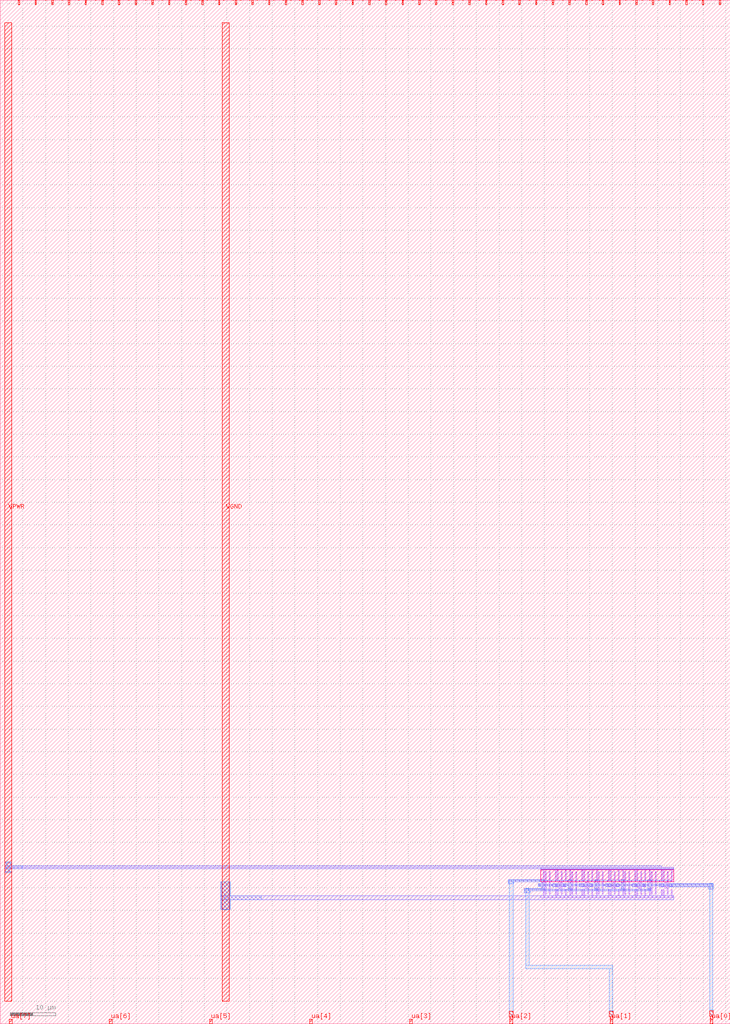
<source format=lef>
VERSION 5.7 ;
  NOWIREEXTENSIONATPIN ON ;
  DIVIDERCHAR "/" ;
  BUSBITCHARS "[]" ;
MACRO tt_um_nurirfansyah_alits01
  CLASS BLOCK ;
  FOREIGN tt_um_nurirfansyah_alits01 ;
  ORIGIN 0.000 0.000 ;
  SIZE 161.000 BY 225.760 ;
  PIN clk
    DIRECTION INPUT ;
    USE SIGNAL ;
    PORT
      LAYER met4 ;
        RECT 154.870 224.760 155.170 225.760 ;
    END
  END clk
  PIN ena
    DIRECTION INPUT ;
    USE SIGNAL ;
    PORT
      LAYER met4 ;
        RECT 158.550 224.760 158.850 225.760 ;
    END
  END ena
  PIN rst_n
    DIRECTION INPUT ;
    USE SIGNAL ;
    PORT
      LAYER met4 ;
        RECT 151.190 224.760 151.490 225.760 ;
    END
  END rst_n
  PIN ua[0]
    DIRECTION INOUT ;
    USE SIGNAL ;
    ANTENNADIFFAREA 2.250000 ;
    PORT
      LAYER met4 ;
        RECT 156.560 0.000 157.160 1.000 ;
    END
  END ua[0]
  PIN ua[1]
    DIRECTION INOUT ;
    USE SIGNAL ;
    ANTENNAGATEAREA 2.500000 ;
    PORT
      LAYER met4 ;
        RECT 134.480 0.000 135.080 1.000 ;
    END
  END ua[1]
  PIN ua[2]
    DIRECTION INOUT ;
    USE SIGNAL ;
    ANTENNAGATEAREA 5.000000 ;
    PORT
      LAYER met4 ;
        RECT 112.400 0.000 113.000 1.000 ;
    END
  END ua[2]
  PIN ua[3]
    DIRECTION INOUT ;
    USE SIGNAL ;
    PORT
      LAYER met4 ;
        RECT 90.320 0.000 90.920 1.000 ;
    END
  END ua[3]
  PIN ua[4]
    DIRECTION INOUT ;
    USE SIGNAL ;
    PORT
      LAYER met4 ;
        RECT 68.240 0.000 68.840 1.000 ;
    END
  END ua[4]
  PIN ua[5]
    DIRECTION INOUT ;
    USE SIGNAL ;
    PORT
      LAYER met4 ;
        RECT 46.160 0.000 46.760 1.000 ;
    END
  END ua[5]
  PIN ua[6]
    DIRECTION INOUT ;
    USE SIGNAL ;
    PORT
      LAYER met4 ;
        RECT 24.080 0.000 24.680 1.000 ;
    END
  END ua[6]
  PIN ua[7]
    DIRECTION INOUT ;
    USE SIGNAL ;
    PORT
      LAYER met4 ;
        RECT 2.000 0.000 2.600 1.000 ;
    END
  END ua[7]
  PIN ui_in[0]
    DIRECTION INPUT ;
    USE SIGNAL ;
    PORT
      LAYER met4 ;
        RECT 147.510 224.760 147.810 225.760 ;
    END
  END ui_in[0]
  PIN ui_in[1]
    DIRECTION INPUT ;
    USE SIGNAL ;
    PORT
      LAYER met4 ;
        RECT 143.830 224.760 144.130 225.760 ;
    END
  END ui_in[1]
  PIN ui_in[2]
    DIRECTION INPUT ;
    USE SIGNAL ;
    PORT
      LAYER met4 ;
        RECT 140.150 224.760 140.450 225.760 ;
    END
  END ui_in[2]
  PIN ui_in[3]
    DIRECTION INPUT ;
    USE SIGNAL ;
    PORT
      LAYER met4 ;
        RECT 136.470 224.760 136.770 225.760 ;
    END
  END ui_in[3]
  PIN ui_in[4]
    DIRECTION INPUT ;
    USE SIGNAL ;
    PORT
      LAYER met4 ;
        RECT 132.790 224.760 133.090 225.760 ;
    END
  END ui_in[4]
  PIN ui_in[5]
    DIRECTION INPUT ;
    USE SIGNAL ;
    PORT
      LAYER met4 ;
        RECT 129.110 224.760 129.410 225.760 ;
    END
  END ui_in[5]
  PIN ui_in[6]
    DIRECTION INPUT ;
    USE SIGNAL ;
    PORT
      LAYER met4 ;
        RECT 125.430 224.760 125.730 225.760 ;
    END
  END ui_in[6]
  PIN ui_in[7]
    DIRECTION INPUT ;
    USE SIGNAL ;
    PORT
      LAYER met4 ;
        RECT 121.750 224.760 122.050 225.760 ;
    END
  END ui_in[7]
  PIN uio_in[0]
    DIRECTION INPUT ;
    USE SIGNAL ;
    PORT
      LAYER met4 ;
        RECT 118.070 224.760 118.370 225.760 ;
    END
  END uio_in[0]
  PIN uio_in[1]
    DIRECTION INPUT ;
    USE SIGNAL ;
    PORT
      LAYER met4 ;
        RECT 114.390 224.760 114.690 225.760 ;
    END
  END uio_in[1]
  PIN uio_in[2]
    DIRECTION INPUT ;
    USE SIGNAL ;
    PORT
      LAYER met4 ;
        RECT 110.710 224.760 111.010 225.760 ;
    END
  END uio_in[2]
  PIN uio_in[3]
    DIRECTION INPUT ;
    USE SIGNAL ;
    PORT
      LAYER met4 ;
        RECT 107.030 224.760 107.330 225.760 ;
    END
  END uio_in[3]
  PIN uio_in[4]
    DIRECTION INPUT ;
    USE SIGNAL ;
    PORT
      LAYER met4 ;
        RECT 103.350 224.760 103.650 225.760 ;
    END
  END uio_in[4]
  PIN uio_in[5]
    DIRECTION INPUT ;
    USE SIGNAL ;
    PORT
      LAYER met4 ;
        RECT 99.670 224.760 99.970 225.760 ;
    END
  END uio_in[5]
  PIN uio_in[6]
    DIRECTION INPUT ;
    USE SIGNAL ;
    PORT
      LAYER met4 ;
        RECT 95.990 224.760 96.290 225.760 ;
    END
  END uio_in[6]
  PIN uio_in[7]
    DIRECTION INPUT ;
    USE SIGNAL ;
    PORT
      LAYER met4 ;
        RECT 92.310 224.760 92.610 225.760 ;
    END
  END uio_in[7]
  PIN uio_oe[0]
    DIRECTION OUTPUT ;
    USE SIGNAL ;
    PORT
      LAYER met4 ;
        RECT 29.750 224.760 30.050 225.760 ;
    END
  END uio_oe[0]
  PIN uio_oe[1]
    DIRECTION OUTPUT ;
    USE SIGNAL ;
    PORT
      LAYER met4 ;
        RECT 26.070 224.760 26.370 225.760 ;
    END
  END uio_oe[1]
  PIN uio_oe[2]
    DIRECTION OUTPUT ;
    USE SIGNAL ;
    PORT
      LAYER met4 ;
        RECT 22.390 224.760 22.690 225.760 ;
    END
  END uio_oe[2]
  PIN uio_oe[3]
    DIRECTION OUTPUT ;
    USE SIGNAL ;
    PORT
      LAYER met4 ;
        RECT 18.710 224.760 19.010 225.760 ;
    END
  END uio_oe[3]
  PIN uio_oe[4]
    DIRECTION OUTPUT ;
    USE SIGNAL ;
    PORT
      LAYER met4 ;
        RECT 15.030 224.760 15.330 225.760 ;
    END
  END uio_oe[4]
  PIN uio_oe[5]
    DIRECTION OUTPUT ;
    USE SIGNAL ;
    PORT
      LAYER met4 ;
        RECT 11.350 224.760 11.650 225.760 ;
    END
  END uio_oe[5]
  PIN uio_oe[6]
    DIRECTION OUTPUT ;
    USE SIGNAL ;
    PORT
      LAYER met4 ;
        RECT 7.670 224.760 7.970 225.760 ;
    END
  END uio_oe[6]
  PIN uio_oe[7]
    DIRECTION OUTPUT ;
    USE SIGNAL ;
    PORT
      LAYER met4 ;
        RECT 3.990 224.760 4.290 225.760 ;
    END
  END uio_oe[7]
  PIN uio_out[0]
    DIRECTION OUTPUT ;
    USE SIGNAL ;
    PORT
      LAYER met4 ;
        RECT 59.190 224.760 59.490 225.760 ;
    END
  END uio_out[0]
  PIN uio_out[1]
    DIRECTION OUTPUT ;
    USE SIGNAL ;
    PORT
      LAYER met4 ;
        RECT 55.510 224.760 55.810 225.760 ;
    END
  END uio_out[1]
  PIN uio_out[2]
    DIRECTION OUTPUT ;
    USE SIGNAL ;
    PORT
      LAYER met4 ;
        RECT 51.830 224.760 52.130 225.760 ;
    END
  END uio_out[2]
  PIN uio_out[3]
    DIRECTION OUTPUT ;
    USE SIGNAL ;
    PORT
      LAYER met4 ;
        RECT 48.150 224.760 48.450 225.760 ;
    END
  END uio_out[3]
  PIN uio_out[4]
    DIRECTION OUTPUT ;
    USE SIGNAL ;
    PORT
      LAYER met4 ;
        RECT 44.470 224.760 44.770 225.760 ;
    END
  END uio_out[4]
  PIN uio_out[5]
    DIRECTION OUTPUT ;
    USE SIGNAL ;
    PORT
      LAYER met4 ;
        RECT 40.790 224.760 41.090 225.760 ;
    END
  END uio_out[5]
  PIN uio_out[6]
    DIRECTION OUTPUT ;
    USE SIGNAL ;
    PORT
      LAYER met4 ;
        RECT 37.110 224.760 37.410 225.760 ;
    END
  END uio_out[6]
  PIN uio_out[7]
    DIRECTION OUTPUT ;
    USE SIGNAL ;
    PORT
      LAYER met4 ;
        RECT 33.430 224.760 33.730 225.760 ;
    END
  END uio_out[7]
  PIN uo_out[0]
    DIRECTION OUTPUT ;
    USE SIGNAL ;
    PORT
      LAYER met4 ;
        RECT 88.630 224.760 88.930 225.760 ;
    END
  END uo_out[0]
  PIN uo_out[1]
    DIRECTION OUTPUT ;
    USE SIGNAL ;
    PORT
      LAYER met4 ;
        RECT 84.950 224.760 85.250 225.760 ;
    END
  END uo_out[1]
  PIN uo_out[2]
    DIRECTION OUTPUT ;
    USE SIGNAL ;
    PORT
      LAYER met4 ;
        RECT 81.270 224.760 81.570 225.760 ;
    END
  END uo_out[2]
  PIN uo_out[3]
    DIRECTION OUTPUT ;
    USE SIGNAL ;
    PORT
      LAYER met4 ;
        RECT 77.590 224.760 77.890 225.760 ;
    END
  END uo_out[3]
  PIN uo_out[4]
    DIRECTION OUTPUT ;
    USE SIGNAL ;
    PORT
      LAYER met4 ;
        RECT 73.910 224.760 74.210 225.760 ;
    END
  END uo_out[4]
  PIN uo_out[5]
    DIRECTION OUTPUT ;
    USE SIGNAL ;
    PORT
      LAYER met4 ;
        RECT 70.230 224.760 70.530 225.760 ;
    END
  END uo_out[5]
  PIN uo_out[6]
    DIRECTION OUTPUT ;
    USE SIGNAL ;
    PORT
      LAYER met4 ;
        RECT 66.550 224.760 66.850 225.760 ;
    END
  END uo_out[6]
  PIN uo_out[7]
    DIRECTION OUTPUT ;
    USE SIGNAL ;
    PORT
      LAYER met4 ;
        RECT 62.870 224.760 63.170 225.760 ;
    END
  END uo_out[7]
  PIN VPWR
    DIRECTION INOUT ;
    USE POWER ;
    PORT
      LAYER met4 ;
        RECT 1.000 5.000 2.500 220.760 ;
    END
  END VPWR
  PIN VGND
    DIRECTION INOUT ;
    USE GROUND ;
    PORT
      LAYER met4 ;
        RECT 49.000 5.000 50.500 220.760 ;
    END
  END VGND
  OBS
      LAYER nwell ;
        RECT 119.240 31.340 148.490 33.990 ;
      LAYER li1 ;
        RECT 119.240 34.140 148.490 34.490 ;
        RECT 119.740 31.540 119.940 34.140 ;
        RECT 119.440 30.940 119.990 31.340 ;
        RECT 120.190 30.740 120.390 33.540 ;
        RECT 119.540 30.390 120.390 30.740 ;
        RECT 119.440 29.790 119.990 30.190 ;
        RECT 119.740 28.190 119.940 29.590 ;
        RECT 120.190 28.590 120.390 30.390 ;
        RECT 121.090 30.740 121.290 33.540 ;
        RECT 122.390 31.540 122.590 34.140 ;
        RECT 122.840 31.540 123.040 34.140 ;
        RECT 123.140 30.740 123.540 31.290 ;
        RECT 121.090 30.390 121.890 30.740 ;
        RECT 121.090 28.590 121.290 30.390 ;
        RECT 122.390 30.340 123.540 30.740 ;
        RECT 123.140 29.840 123.540 30.340 ;
        RECT 123.740 30.740 123.940 33.540 ;
        RECT 124.640 31.540 124.840 34.140 ;
        RECT 125.590 31.540 125.790 34.140 ;
        RECT 125.290 30.940 125.840 31.340 ;
        RECT 126.040 30.740 126.240 33.540 ;
        RECT 123.740 30.340 124.740 30.740 ;
        RECT 125.390 30.390 126.240 30.740 ;
        RECT 122.390 28.190 122.590 29.590 ;
        RECT 122.840 28.190 123.040 29.590 ;
        RECT 123.740 28.590 123.940 30.340 ;
        RECT 125.290 29.790 125.840 30.190 ;
        RECT 124.640 28.190 124.840 29.590 ;
        RECT 125.590 28.190 125.790 29.590 ;
        RECT 126.040 28.590 126.240 30.390 ;
        RECT 126.940 30.740 127.140 33.540 ;
        RECT 128.240 31.540 128.440 34.140 ;
        RECT 128.690 31.540 128.890 34.140 ;
        RECT 128.990 30.740 129.390 31.290 ;
        RECT 126.940 30.390 127.740 30.740 ;
        RECT 126.940 28.590 127.140 30.390 ;
        RECT 128.240 30.340 129.390 30.740 ;
        RECT 128.990 29.840 129.390 30.340 ;
        RECT 129.590 30.740 129.790 33.540 ;
        RECT 130.490 31.540 130.690 34.140 ;
        RECT 131.440 31.540 131.640 34.140 ;
        RECT 131.140 30.940 131.690 31.340 ;
        RECT 131.890 30.740 132.090 33.540 ;
        RECT 129.590 30.340 130.590 30.740 ;
        RECT 131.240 30.390 132.090 30.740 ;
        RECT 128.240 28.190 128.440 29.590 ;
        RECT 128.690 28.190 128.890 29.590 ;
        RECT 129.590 28.590 129.790 30.340 ;
        RECT 131.140 29.790 131.690 30.190 ;
        RECT 130.490 28.190 130.690 29.590 ;
        RECT 131.440 28.190 131.640 29.590 ;
        RECT 131.890 28.590 132.090 30.390 ;
        RECT 132.790 30.740 132.990 33.540 ;
        RECT 134.090 31.540 134.290 34.140 ;
        RECT 134.540 31.540 134.740 34.140 ;
        RECT 134.840 30.740 135.240 31.290 ;
        RECT 132.790 30.390 133.590 30.740 ;
        RECT 132.790 28.590 132.990 30.390 ;
        RECT 134.090 30.340 135.240 30.740 ;
        RECT 134.840 29.840 135.240 30.340 ;
        RECT 135.440 30.740 135.640 33.540 ;
        RECT 136.340 31.540 136.540 34.140 ;
        RECT 137.290 31.540 137.490 34.140 ;
        RECT 136.990 30.940 137.540 31.340 ;
        RECT 137.740 30.740 137.940 33.540 ;
        RECT 135.440 30.340 136.440 30.740 ;
        RECT 137.090 30.390 137.940 30.740 ;
        RECT 134.090 28.190 134.290 29.590 ;
        RECT 134.540 28.190 134.740 29.590 ;
        RECT 135.440 28.590 135.640 30.340 ;
        RECT 136.990 29.790 137.540 30.190 ;
        RECT 136.340 28.190 136.540 29.590 ;
        RECT 137.290 28.190 137.490 29.590 ;
        RECT 137.740 28.590 137.940 30.390 ;
        RECT 138.640 30.740 138.840 33.540 ;
        RECT 139.940 31.540 140.140 34.140 ;
        RECT 140.390 31.540 140.590 34.140 ;
        RECT 140.690 30.740 141.090 31.290 ;
        RECT 138.640 30.390 139.440 30.740 ;
        RECT 138.640 28.590 138.840 30.390 ;
        RECT 139.940 30.340 141.090 30.740 ;
        RECT 140.690 29.840 141.090 30.340 ;
        RECT 141.290 30.740 141.490 33.540 ;
        RECT 142.190 31.540 142.390 34.140 ;
        RECT 143.140 31.540 143.340 34.140 ;
        RECT 142.840 30.940 143.390 31.340 ;
        RECT 143.590 30.740 143.790 33.540 ;
        RECT 141.290 30.340 142.290 30.740 ;
        RECT 142.940 30.390 143.790 30.740 ;
        RECT 139.940 28.190 140.140 29.590 ;
        RECT 140.390 28.190 140.590 29.590 ;
        RECT 141.290 28.590 141.490 30.340 ;
        RECT 142.840 29.790 143.390 30.190 ;
        RECT 142.190 28.190 142.390 29.590 ;
        RECT 143.140 28.190 143.340 29.590 ;
        RECT 143.590 28.590 143.790 30.390 ;
        RECT 144.490 30.740 144.690 33.540 ;
        RECT 145.790 31.540 145.990 34.140 ;
        RECT 146.240 31.540 146.440 34.140 ;
        RECT 146.540 30.740 146.940 31.290 ;
        RECT 144.490 30.390 145.290 30.740 ;
        RECT 144.490 28.590 144.690 30.390 ;
        RECT 145.790 30.340 146.940 30.740 ;
        RECT 146.540 29.840 146.940 30.340 ;
        RECT 147.140 30.740 147.340 33.540 ;
        RECT 148.040 31.540 148.240 34.140 ;
        RECT 147.140 30.340 148.140 30.740 ;
        RECT 145.790 28.190 145.990 29.590 ;
        RECT 146.240 28.190 146.440 29.590 ;
        RECT 147.140 28.590 147.340 30.340 ;
        RECT 148.040 28.190 148.240 29.590 ;
        RECT 119.240 27.840 148.490 28.190 ;
      LAYER met1 ;
        RECT 0.950 34.540 145.800 34.850 ;
        RECT 0.950 34.150 148.490 34.540 ;
        RECT 119.240 34.090 148.490 34.150 ;
        RECT 119.390 31.290 120.040 31.790 ;
        RECT 125.240 31.290 125.890 31.790 ;
        RECT 131.090 31.290 131.740 31.790 ;
        RECT 136.940 31.290 137.590 31.790 ;
        RECT 142.790 31.290 143.440 31.790 ;
        RECT 119.440 30.940 119.990 31.290 ;
        RECT 125.290 30.940 125.840 31.290 ;
        RECT 131.140 30.940 131.690 31.290 ;
        RECT 136.990 30.940 137.540 31.290 ;
        RECT 142.840 30.940 143.390 31.290 ;
        RECT 118.690 30.740 119.240 30.840 ;
        RECT 121.890 30.740 122.940 30.840 ;
        RECT 118.690 30.390 120.190 30.740 ;
        RECT 121.240 30.390 122.940 30.740 ;
        RECT 118.690 30.290 119.240 30.390 ;
        RECT 121.890 30.240 122.940 30.390 ;
        RECT 124.190 30.740 124.790 30.840 ;
        RECT 127.740 30.740 128.790 30.840 ;
        RECT 124.190 30.390 126.040 30.740 ;
        RECT 127.090 30.390 128.790 30.740 ;
        RECT 124.190 30.240 124.790 30.390 ;
        RECT 127.740 30.240 128.790 30.390 ;
        RECT 130.040 30.240 130.640 30.840 ;
        RECT 133.590 30.740 134.640 30.840 ;
        RECT 131.240 30.390 131.890 30.740 ;
        RECT 132.940 30.390 134.640 30.740 ;
        RECT 133.590 30.240 134.640 30.390 ;
        RECT 135.890 30.740 136.490 30.840 ;
        RECT 139.440 30.740 140.490 30.840 ;
        RECT 135.890 30.390 137.740 30.740 ;
        RECT 138.790 30.390 140.490 30.740 ;
        RECT 135.890 30.240 136.490 30.390 ;
        RECT 139.440 30.240 140.490 30.390 ;
        RECT 141.740 30.740 142.340 30.840 ;
        RECT 145.290 30.740 146.340 30.840 ;
        RECT 141.740 30.390 143.590 30.740 ;
        RECT 144.640 30.390 146.340 30.740 ;
        RECT 141.740 30.240 142.340 30.390 ;
        RECT 145.290 30.240 146.340 30.390 ;
        RECT 147.590 30.240 148.190 30.840 ;
        RECT 119.440 29.790 119.990 30.190 ;
        RECT 125.290 29.790 125.840 30.190 ;
        RECT 131.140 29.790 131.690 30.190 ;
        RECT 136.990 29.790 137.540 30.190 ;
        RECT 142.840 29.790 143.390 30.190 ;
        RECT 119.390 29.290 120.040 29.790 ;
        RECT 125.240 29.290 125.890 29.790 ;
        RECT 131.090 29.290 131.740 29.790 ;
        RECT 136.940 29.290 137.590 29.790 ;
        RECT 142.790 29.290 143.440 29.790 ;
        RECT 119.240 28.200 148.490 28.240 ;
        RECT 48.600 27.300 148.500 28.200 ;
      LAYER met2 ;
        RECT 0.950 34.850 2.550 35.550 ;
        RECT 0.950 34.150 4.850 34.850 ;
        RECT 0.950 33.500 2.550 34.150 ;
        RECT 112.050 31.790 119.400 31.800 ;
        RECT 112.050 31.690 120.040 31.790 ;
        RECT 125.240 31.690 125.890 31.790 ;
        RECT 131.090 31.690 131.740 31.790 ;
        RECT 136.940 31.690 137.590 31.790 ;
        RECT 142.790 31.690 143.440 31.790 ;
        RECT 112.050 31.340 147.840 31.690 ;
        RECT 112.050 31.300 120.040 31.340 ;
        RECT 48.600 28.200 50.750 31.300 ;
        RECT 112.050 30.850 113.300 31.300 ;
        RECT 119.390 31.290 120.040 31.300 ;
        RECT 125.240 31.290 125.890 31.340 ;
        RECT 131.090 31.290 131.740 31.340 ;
        RECT 136.940 31.290 137.590 31.340 ;
        RECT 142.790 31.290 143.440 31.340 ;
        RECT 148.200 30.840 157.200 30.850 ;
        RECT 118.690 30.740 119.240 30.840 ;
        RECT 147.590 30.740 157.200 30.840 ;
        RECT 118.690 30.390 157.200 30.740 ;
        RECT 118.690 30.290 119.240 30.390 ;
        RECT 147.590 30.250 157.200 30.390 ;
        RECT 147.590 30.240 148.340 30.250 ;
        RECT 115.600 29.640 120.050 29.800 ;
        RECT 125.240 29.640 125.890 29.790 ;
        RECT 131.090 29.640 131.740 29.790 ;
        RECT 136.940 29.640 137.590 29.790 ;
        RECT 142.790 29.640 143.440 29.790 ;
        RECT 156.250 29.700 157.200 30.250 ;
        RECT 115.600 29.300 143.440 29.640 ;
        RECT 115.600 28.900 116.850 29.300 ;
        RECT 119.390 29.290 143.440 29.300 ;
        RECT 48.600 27.300 57.600 28.200 ;
        RECT 48.600 25.300 50.750 27.300 ;
      LAYER met3 ;
        RECT 1.000 33.350 2.500 35.700 ;
        RECT 48.900 25.150 50.600 31.350 ;
        RECT 112.250 1.550 113.100 31.700 ;
        RECT 115.850 12.950 116.700 29.850 ;
        RECT 115.850 12.150 135.100 12.950 ;
        RECT 134.350 2.900 135.100 12.150 ;
        RECT 156.450 3.100 157.100 31.000 ;
        RECT 134.350 1.550 135.200 2.900 ;
        RECT 156.450 1.650 157.300 3.100 ;
      LAYER met4 ;
        RECT 112.250 1.550 113.100 2.750 ;
        RECT 134.350 1.550 135.200 2.750 ;
        RECT 156.450 1.650 157.300 2.850 ;
        RECT 112.400 1.000 113.000 1.550 ;
        RECT 134.480 1.000 135.080 1.550 ;
        RECT 156.560 1.000 157.160 1.650 ;
  END
END tt_um_nurirfansyah_alits01
END LIBRARY


</source>
